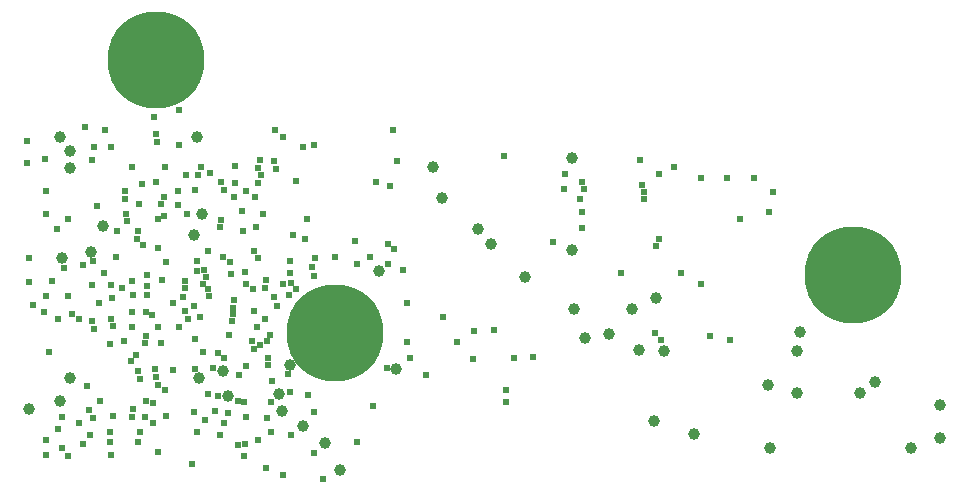
<source format=gbs>
G04 Layer_Color=16711935*
%FSLAX44Y44*%
%MOMM*%
G71*
G01*
G75*
%ADD43C,8.2032*%
%ADD44C,0.6032*%
%ADD45C,1.0032*%
D43*
X657352Y1597660D02*
D03*
X1246886Y1415796D02*
D03*
X808736Y1366266D02*
D03*
D44*
X1118531Y1407753D02*
D03*
X1101598Y1417066D02*
D03*
X843534Y1494282D02*
D03*
X1118531Y1497838D02*
D03*
X1068158Y1491622D02*
D03*
X1083310Y1501394D02*
D03*
X1019556Y1488186D02*
D03*
X1002284D02*
D03*
X855218Y1491234D02*
D03*
X1017524Y1494536D02*
D03*
X1015746Y1479804D02*
D03*
X1151636Y1463294D02*
D03*
X1163066Y1497457D02*
D03*
X1140714Y1497838D02*
D03*
X1070610Y1486154D02*
D03*
Y1480058D02*
D03*
X1179576Y1485900D02*
D03*
X1175766Y1468882D02*
D03*
X1017524Y1469136D02*
D03*
X1096010Y1507236D02*
D03*
X1066800Y1513078D02*
D03*
X1003046Y1500886D02*
D03*
X860806Y1512062D02*
D03*
X993140Y1443228D02*
D03*
X1080770Y1440434D02*
D03*
X1083056Y1446276D02*
D03*
X1017524Y1455166D02*
D03*
X951992Y1516380D02*
D03*
X577278Y1269428D02*
D03*
X603504Y1294384D02*
D03*
X618998Y1263142D02*
D03*
X566674Y1350264D02*
D03*
X600710Y1300988D02*
D03*
X620268Y1296416D02*
D03*
X609600Y1308862D02*
D03*
X827024Y1274064D02*
D03*
X791210Y1264920D02*
D03*
X840740Y1304798D02*
D03*
X925322Y1344168D02*
D03*
X911606Y1358900D02*
D03*
X852932Y1336684D02*
D03*
X953008Y1307592D02*
D03*
Y1318006D02*
D03*
X959771Y1344930D02*
D03*
X926643Y1368095D02*
D03*
X975868Y1346200D02*
D03*
X943610Y1368552D02*
D03*
X838442Y1431048D02*
D03*
X618236Y1273810D02*
D03*
X549910Y1430020D02*
D03*
X715010Y1345438D02*
D03*
X618490Y1282446D02*
D03*
X659130Y1265682D02*
D03*
X598424Y1321308D02*
D03*
X771652Y1280414D02*
D03*
X754634Y1282700D02*
D03*
X790956Y1299464D02*
D03*
X750824Y1294638D02*
D03*
X754634Y1307846D02*
D03*
X770636Y1316228D02*
D03*
X755396Y1326134D02*
D03*
X726186Y1308862D02*
D03*
X710792Y1280278D02*
D03*
X718312Y1298702D02*
D03*
X691642Y1282446D02*
D03*
X578866Y1421384D02*
D03*
X607338Y1473986D02*
D03*
X743678Y1493520D02*
D03*
X733477Y1338492D02*
D03*
X727456Y1330706D02*
D03*
X564071Y1397508D02*
D03*
X574416Y1378585D02*
D03*
X561848Y1384300D02*
D03*
X549910Y1409954D02*
D03*
X553212Y1389899D02*
D03*
X631085Y1486916D02*
D03*
X568977Y1410699D02*
D03*
X695198Y1506982D02*
D03*
X724266Y1507886D02*
D03*
X743446Y1506220D02*
D03*
X613022Y1417066D02*
D03*
X619252Y1407414D02*
D03*
X628142Y1404112D02*
D03*
X594868Y1423924D02*
D03*
X742343Y1371699D02*
D03*
X582676Y1462532D02*
D03*
X563880Y1467486D02*
D03*
Y1486986D02*
D03*
X547878Y1529080D02*
D03*
X548132Y1510030D02*
D03*
X596900Y1540764D02*
D03*
X775208Y1403858D02*
D03*
X791210Y1414526D02*
D03*
X771652Y1408938D02*
D03*
X825754Y1443990D02*
D03*
X746252Y1500124D02*
D03*
X730758Y1452372D02*
D03*
X723854Y1493520D02*
D03*
X729488Y1469390D02*
D03*
X613588Y1537894D02*
D03*
X663448Y1465834D02*
D03*
X658368Y1462786D02*
D03*
X641096Y1446022D02*
D03*
X645922Y1440942D02*
D03*
X641604Y1452626D02*
D03*
X631444Y1467358D02*
D03*
X632714Y1461516D02*
D03*
X624332Y1452372D02*
D03*
X573278Y1454404D02*
D03*
X744728Y1512824D02*
D03*
X781812Y1523746D02*
D03*
X749808Y1411224D02*
D03*
X869950Y1358900D02*
D03*
Y1391920D02*
D03*
X770890Y1426972D02*
D03*
X773176Y1449324D02*
D03*
X791718Y1429766D02*
D03*
X827024Y1425194D02*
D03*
X808272Y1430572D02*
D03*
X783590Y1445768D02*
D03*
X743712Y1430199D02*
D03*
X784860Y1463294D02*
D03*
X741426Y1456182D02*
D03*
X748030Y1467358D02*
D03*
X740902Y1481296D02*
D03*
X775462Y1494790D02*
D03*
X756666Y1512316D02*
D03*
X758895Y1505401D02*
D03*
X764794Y1532128D02*
D03*
X757936Y1538478D02*
D03*
X857504D02*
D03*
X769620Y1398524D02*
D03*
X789178Y1422400D02*
D03*
X770128Y1416812D02*
D03*
X764286Y1407922D02*
D03*
X757174Y1397254D02*
D03*
X618998Y1524254D02*
D03*
X689864Y1487170D02*
D03*
X676437Y1525986D02*
D03*
X656844Y1534668D02*
D03*
X658114Y1528318D02*
D03*
X602488Y1512570D02*
D03*
X604520Y1524254D02*
D03*
X715010Y1487678D02*
D03*
X712470Y1494028D02*
D03*
X702818Y1502156D02*
D03*
X692404Y1499870D02*
D03*
X682128Y1499986D02*
D03*
X675647Y1486909D02*
D03*
X636974Y1506670D02*
D03*
X664406D02*
D03*
X694690Y1379982D02*
D03*
X676592Y1371854D02*
D03*
X636016Y1342644D02*
D03*
X636524Y1384554D02*
D03*
X679800Y1396889D02*
D03*
X637032Y1410462D02*
D03*
X671576Y1391412D02*
D03*
X658622Y1438656D02*
D03*
X681482Y1385062D02*
D03*
X654050Y1381252D02*
D03*
X648970Y1384554D02*
D03*
X649732Y1398270D02*
D03*
X637286Y1398524D02*
D03*
X665480Y1426464D02*
D03*
X644906Y1492250D02*
D03*
X657352Y1494028D02*
D03*
X663448Y1481582D02*
D03*
X759206Y1389380D02*
D03*
X649478Y1406398D02*
D03*
X649732Y1415542D02*
D03*
X662178Y1411224D02*
D03*
X681482Y1404620D02*
D03*
X675640Y1474724D02*
D03*
X683006Y1467358D02*
D03*
X733176Y1486662D02*
D03*
X723392Y1481328D02*
D03*
X712171Y1462036D02*
D03*
X711200Y1456436D02*
D03*
X768858Y1331722D02*
D03*
X751840Y1339088D02*
D03*
X785622Y1313688D02*
D03*
X749046Y1378204D02*
D03*
X723392Y1393952D02*
D03*
X681736Y1410462D02*
D03*
X740410Y1436116D02*
D03*
X722421Y1387868D02*
D03*
X701294Y1403503D02*
D03*
X749300Y1404874D02*
D03*
X738886Y1403858D02*
D03*
X700874Y1435442D02*
D03*
X696976Y1407668D02*
D03*
X689102Y1389380D02*
D03*
X701802Y1397762D02*
D03*
X733520Y1407580D02*
D03*
X885698Y1331214D02*
D03*
X871728Y1345184D02*
D03*
X866216Y1419428D02*
D03*
X790702Y1525778D02*
D03*
X676910Y1555242D02*
D03*
X655574Y1549400D02*
D03*
X563372Y1513332D02*
D03*
X661670Y1475486D02*
D03*
X642366D02*
D03*
X631190Y1479804D02*
D03*
X687204Y1255910D02*
D03*
X743204Y1276096D02*
D03*
X714774Y1290556D02*
D03*
X688848Y1299718D02*
D03*
X654558Y1290066D02*
D03*
X642198Y1273810D02*
D03*
X643348Y1282412D02*
D03*
X665038Y1317992D02*
D03*
X705358Y1336802D02*
D03*
X657098Y1329182D02*
D03*
X654604Y1306774D02*
D03*
X665480Y1296416D02*
D03*
X648970Y1308862D02*
D03*
X658368Y1322070D02*
D03*
X658622Y1371346D02*
D03*
X630174Y1359408D02*
D03*
X639826Y1347724D02*
D03*
X647700Y1357630D02*
D03*
X643890Y1327658D02*
D03*
X648970Y1363472D02*
D03*
X641858Y1334516D02*
D03*
X660908Y1357884D02*
D03*
X656590Y1336294D02*
D03*
X706628Y1300480D02*
D03*
X709676Y1312926D02*
D03*
X750824Y1359408D02*
D03*
X684276Y1378204D02*
D03*
X690372Y1360932D02*
D03*
X739902Y1353058D02*
D03*
X751840Y1345184D02*
D03*
X745236Y1356106D02*
D03*
X739648Y1385316D02*
D03*
X722376Y1382268D02*
D03*
X721106Y1376172D02*
D03*
X696976Y1350010D02*
D03*
X698754Y1293114D02*
D03*
X700786Y1314704D02*
D03*
X753618Y1364742D02*
D03*
X738632Y1359662D02*
D03*
X718756Y1364959D02*
D03*
X709930Y1349502D02*
D03*
X690118Y1335532D02*
D03*
X671322Y1334770D02*
D03*
X582676Y1397762D02*
D03*
X623570Y1430782D02*
D03*
X604012Y1426972D02*
D03*
X602996Y1407414D02*
D03*
X636524Y1371600D02*
D03*
X617804Y1356690D02*
D03*
X585978Y1382299D02*
D03*
X621030Y1372108D02*
D03*
X620014Y1395984D02*
D03*
X609092Y1391666D02*
D03*
X591820Y1377950D02*
D03*
X602996Y1376680D02*
D03*
X604774Y1369568D02*
D03*
X618998Y1378458D02*
D03*
X647954Y1294892D02*
D03*
X636524Y1295400D02*
D03*
X637540Y1302258D02*
D03*
X713994Y1431036D02*
D03*
X699022Y1413751D02*
D03*
X691642Y1427480D02*
D03*
X692097Y1418602D02*
D03*
X698006Y1419351D02*
D03*
X719582Y1426718D02*
D03*
X732536Y1417828D02*
D03*
X720598Y1416050D02*
D03*
X798322Y1243076D02*
D03*
X732028Y1272540D02*
D03*
X731786Y1307732D02*
D03*
X733500Y1295452D02*
D03*
X726428Y1271260D02*
D03*
X731774Y1261872D02*
D03*
X749808Y1251966D02*
D03*
X563880Y1262912D02*
D03*
Y1275912D02*
D03*
X592074Y1290320D02*
D03*
X573786Y1285240D02*
D03*
X577850Y1295654D02*
D03*
X601472Y1279652D02*
D03*
X595630Y1272540D02*
D03*
X582402Y1262106D02*
D03*
X764540Y1246124D02*
D03*
X900430Y1379728D02*
D03*
X858520Y1437386D02*
D03*
X853396Y1441406D02*
D03*
X853694Y1424940D02*
D03*
X1143000Y1360424D02*
D03*
X1084580D02*
D03*
X1126490Y1364234D02*
D03*
X1050544Y1417066D02*
D03*
X1079456Y1366564D02*
D03*
D45*
X1177290Y1268730D02*
D03*
X1296162Y1268984D02*
D03*
X1320516Y1277082D02*
D03*
Y1305844D02*
D03*
X1266190Y1325118D02*
D03*
X1175512Y1322324D02*
D03*
X1112520Y1280668D02*
D03*
X1253084Y1315618D02*
D03*
X1199540D02*
D03*
X1009650Y1436914D02*
D03*
Y1514602D02*
D03*
X891286Y1506982D02*
D03*
X1199540Y1350874D02*
D03*
X1202648Y1367536D02*
D03*
X584350Y1328016D02*
D03*
X577342Y1430274D02*
D03*
X929279Y1454551D02*
D03*
X899414Y1480820D02*
D03*
X969279Y1413749D02*
D03*
X940308Y1441958D02*
D03*
X1010920Y1386840D02*
D03*
X860552Y1336294D02*
D03*
X799926Y1272874D02*
D03*
X812800Y1250442D02*
D03*
X576072Y1308608D02*
D03*
X549494Y1301912D02*
D03*
X781812Y1287780D02*
D03*
X764032Y1299972D02*
D03*
X761492Y1314450D02*
D03*
X718058Y1313180D02*
D03*
X1020071Y1361955D02*
D03*
X611886Y1457198D02*
D03*
X691538Y1532486D02*
D03*
X583946Y1505712D02*
D03*
Y1520190D02*
D03*
X575564Y1532128D02*
D03*
X695960Y1467104D02*
D03*
X689102Y1449070D02*
D03*
X846074Y1419098D02*
D03*
X713444Y1333886D02*
D03*
X770890Y1339342D02*
D03*
X693570Y1328016D02*
D03*
X601980Y1434592D02*
D03*
X1086714Y1350874D02*
D03*
X1078992Y1291590D02*
D03*
X1066038Y1352042D02*
D03*
X1040384Y1365504D02*
D03*
X1060450Y1386840D02*
D03*
X1080450Y1396426D02*
D03*
M02*

</source>
